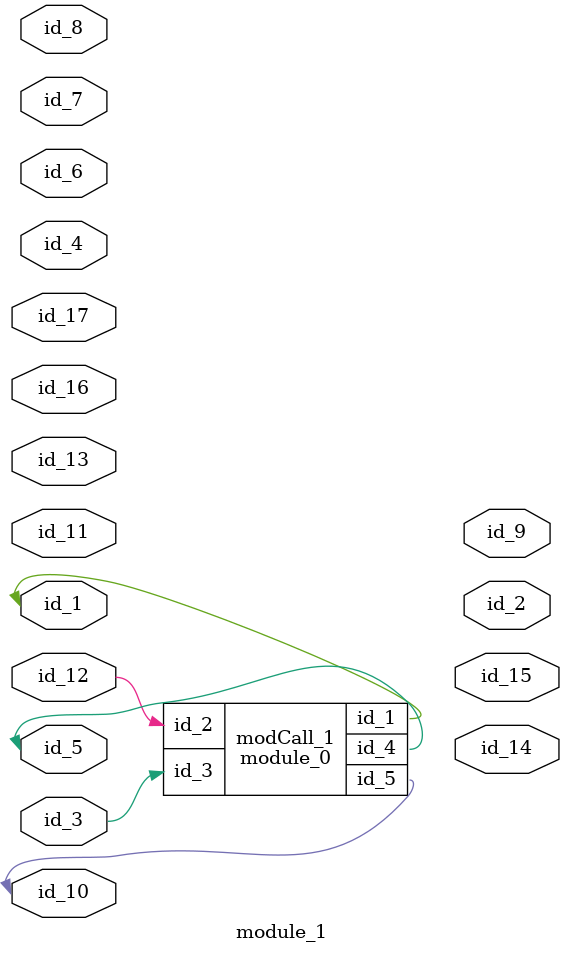
<source format=v>
module module_0 (
    id_1,
    id_2,
    id_3,
    id_4,
    id_5
);
  inout wire id_5;
  inout wire id_4;
  input wire id_3;
  input wire id_2;
  output wire id_1;
  localparam id_6 = 1;
  parameter id_7 = 1;
  wire id_8;
  assign id_8 = id_7;
endmodule
module module_1 (
    id_1,
    id_2,
    id_3,
    id_4,
    id_5,
    id_6,
    id_7,
    id_8,
    id_9,
    id_10,
    id_11,
    id_12,
    id_13,
    id_14,
    id_15,
    id_16,
    id_17
);
  inout wire id_17;
  inout wire id_16;
  output wire id_15;
  output wire id_14;
  input wire id_13;
  inout wire id_12;
  inout wire id_11;
  inout wire id_10;
  output wire id_9;
  input wire id_8;
  inout wire id_7;
  input wire id_6;
  inout wire id_5;
  input wire id_4;
  input wire id_3;
  module_0 modCall_1 (
      id_1,
      id_12,
      id_3,
      id_5,
      id_10
  );
  output wire id_2;
  inout wire id_1;
  wire id_18;
endmodule

</source>
